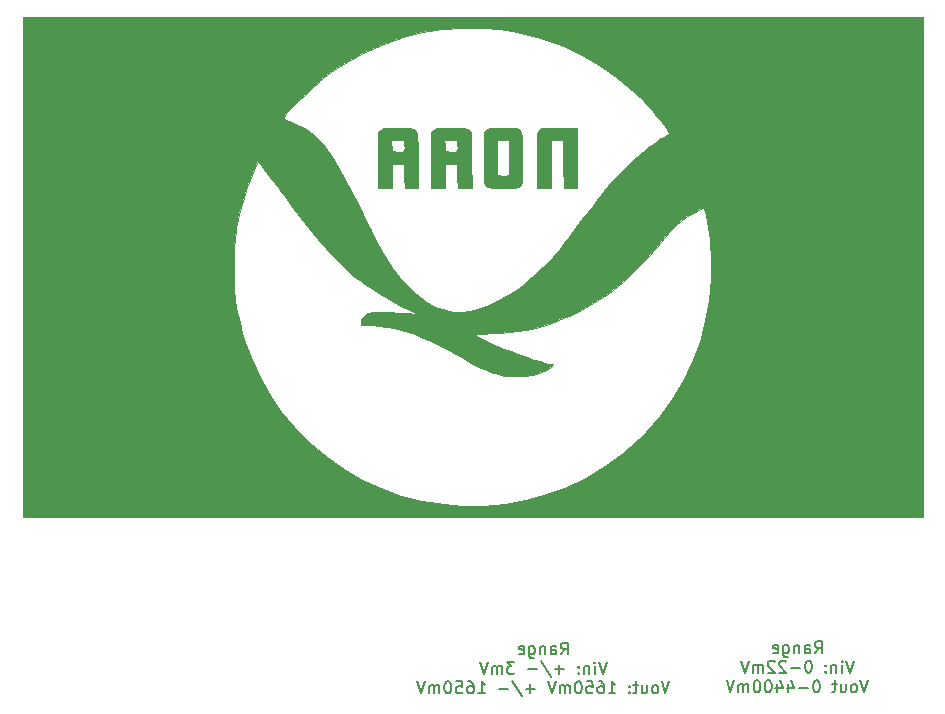
<source format=gbr>
%TF.GenerationSoftware,KiCad,Pcbnew,(5.1.7)-1*%
%TF.CreationDate,2020-12-19T19:15:01-05:00*%
%TF.ProjectId,Radiometer amps r2,52616469-6f6d-4657-9465-7220616d7073,rev?*%
%TF.SameCoordinates,Original*%
%TF.FileFunction,Legend,Bot*%
%TF.FilePolarity,Positive*%
%FSLAX46Y46*%
G04 Gerber Fmt 4.6, Leading zero omitted, Abs format (unit mm)*
G04 Created by KiCad (PCBNEW (5.1.7)-1) date 2020-12-19 19:15:01*
%MOMM*%
%LPD*%
G01*
G04 APERTURE LIST*
%ADD10C,0.150000*%
%ADD11C,0.010000*%
G04 APERTURE END LIST*
D10*
X12676190Y192597619D02*
X13009523Y193073809D01*
X13247619Y192597619D02*
X13247619Y193597619D01*
X12866666Y193597619D01*
X12771428Y193550000D01*
X12723809Y193502380D01*
X12676190Y193407142D01*
X12676190Y193264285D01*
X12723809Y193169047D01*
X12771428Y193121428D01*
X12866666Y193073809D01*
X13247619Y193073809D01*
X11819047Y192597619D02*
X11819047Y193121428D01*
X11866666Y193216666D01*
X11961904Y193264285D01*
X12152380Y193264285D01*
X12247619Y193216666D01*
X11819047Y192645238D02*
X11914285Y192597619D01*
X12152380Y192597619D01*
X12247619Y192645238D01*
X12295238Y192740476D01*
X12295238Y192835714D01*
X12247619Y192930952D01*
X12152380Y192978571D01*
X11914285Y192978571D01*
X11819047Y193026190D01*
X11342857Y193264285D02*
X11342857Y192597619D01*
X11342857Y193169047D02*
X11295238Y193216666D01*
X11200000Y193264285D01*
X11057142Y193264285D01*
X10961904Y193216666D01*
X10914285Y193121428D01*
X10914285Y192597619D01*
X10009523Y193264285D02*
X10009523Y192454761D01*
X10057142Y192359523D01*
X10104761Y192311904D01*
X10200000Y192264285D01*
X10342857Y192264285D01*
X10438095Y192311904D01*
X10009523Y192645238D02*
X10104761Y192597619D01*
X10295238Y192597619D01*
X10390476Y192645238D01*
X10438095Y192692857D01*
X10485714Y192788095D01*
X10485714Y193073809D01*
X10438095Y193169047D01*
X10390476Y193216666D01*
X10295238Y193264285D01*
X10104761Y193264285D01*
X10009523Y193216666D01*
X9152380Y192645238D02*
X9247619Y192597619D01*
X9438095Y192597619D01*
X9533333Y192645238D01*
X9580952Y192740476D01*
X9580952Y193121428D01*
X9533333Y193216666D01*
X9438095Y193264285D01*
X9247619Y193264285D01*
X9152380Y193216666D01*
X9104761Y193121428D01*
X9104761Y193026190D01*
X9580952Y192930952D01*
X15985714Y191947619D02*
X15652380Y190947619D01*
X15319047Y191947619D01*
X14985714Y190947619D02*
X14985714Y191614285D01*
X14985714Y191947619D02*
X15033333Y191900000D01*
X14985714Y191852380D01*
X14938095Y191900000D01*
X14985714Y191947619D01*
X14985714Y191852380D01*
X14509523Y191614285D02*
X14509523Y190947619D01*
X14509523Y191519047D02*
X14461904Y191566666D01*
X14366666Y191614285D01*
X14223809Y191614285D01*
X14128571Y191566666D01*
X14080952Y191471428D01*
X14080952Y190947619D01*
X13604761Y191042857D02*
X13557142Y190995238D01*
X13604761Y190947619D01*
X13652380Y190995238D01*
X13604761Y191042857D01*
X13604761Y190947619D01*
X13604761Y191566666D02*
X13557142Y191519047D01*
X13604761Y191471428D01*
X13652380Y191519047D01*
X13604761Y191566666D01*
X13604761Y191471428D01*
X12176190Y191947619D02*
X12080952Y191947619D01*
X11985714Y191900000D01*
X11938095Y191852380D01*
X11890476Y191757142D01*
X11842857Y191566666D01*
X11842857Y191328571D01*
X11890476Y191138095D01*
X11938095Y191042857D01*
X11985714Y190995238D01*
X12080952Y190947619D01*
X12176190Y190947619D01*
X12271428Y190995238D01*
X12319047Y191042857D01*
X12366666Y191138095D01*
X12414285Y191328571D01*
X12414285Y191566666D01*
X12366666Y191757142D01*
X12319047Y191852380D01*
X12271428Y191900000D01*
X12176190Y191947619D01*
X11414285Y191328571D02*
X10652380Y191328571D01*
X10223809Y191852380D02*
X10176190Y191900000D01*
X10080952Y191947619D01*
X9842857Y191947619D01*
X9747619Y191900000D01*
X9700000Y191852380D01*
X9652380Y191757142D01*
X9652380Y191661904D01*
X9700000Y191519047D01*
X10271428Y190947619D01*
X9652380Y190947619D01*
X9271428Y191852380D02*
X9223809Y191900000D01*
X9128571Y191947619D01*
X8890476Y191947619D01*
X8795238Y191900000D01*
X8747619Y191852380D01*
X8700000Y191757142D01*
X8700000Y191661904D01*
X8747619Y191519047D01*
X9319047Y190947619D01*
X8700000Y190947619D01*
X8271428Y190947619D02*
X8271428Y191614285D01*
X8271428Y191519047D02*
X8223809Y191566666D01*
X8128571Y191614285D01*
X7985714Y191614285D01*
X7890476Y191566666D01*
X7842857Y191471428D01*
X7842857Y190947619D01*
X7842857Y191471428D02*
X7795238Y191566666D01*
X7700000Y191614285D01*
X7557142Y191614285D01*
X7461904Y191566666D01*
X7414285Y191471428D01*
X7414285Y190947619D01*
X7080952Y191947619D02*
X6747619Y190947619D01*
X6414285Y191947619D01*
X17200000Y190297619D02*
X16866666Y189297619D01*
X16533333Y190297619D01*
X16057142Y189297619D02*
X16152380Y189345238D01*
X16200000Y189392857D01*
X16247619Y189488095D01*
X16247619Y189773809D01*
X16200000Y189869047D01*
X16152380Y189916666D01*
X16057142Y189964285D01*
X15914285Y189964285D01*
X15819047Y189916666D01*
X15771428Y189869047D01*
X15723809Y189773809D01*
X15723809Y189488095D01*
X15771428Y189392857D01*
X15819047Y189345238D01*
X15914285Y189297619D01*
X16057142Y189297619D01*
X14866666Y189964285D02*
X14866666Y189297619D01*
X15295238Y189964285D02*
X15295238Y189440476D01*
X15247619Y189345238D01*
X15152380Y189297619D01*
X15009523Y189297619D01*
X14914285Y189345238D01*
X14866666Y189392857D01*
X14533333Y189964285D02*
X14152380Y189964285D01*
X14390476Y190297619D02*
X14390476Y189440476D01*
X14342857Y189345238D01*
X14247619Y189297619D01*
X14152380Y189297619D01*
X12866666Y190297619D02*
X12771428Y190297619D01*
X12676190Y190250000D01*
X12628571Y190202380D01*
X12580952Y190107142D01*
X12533333Y189916666D01*
X12533333Y189678571D01*
X12580952Y189488095D01*
X12628571Y189392857D01*
X12676190Y189345238D01*
X12771428Y189297619D01*
X12866666Y189297619D01*
X12961904Y189345238D01*
X13009523Y189392857D01*
X13057142Y189488095D01*
X13104761Y189678571D01*
X13104761Y189916666D01*
X13057142Y190107142D01*
X13009523Y190202380D01*
X12961904Y190250000D01*
X12866666Y190297619D01*
X12104761Y189678571D02*
X11342857Y189678571D01*
X10438095Y189964285D02*
X10438095Y189297619D01*
X10676190Y190345238D02*
X10914285Y189630952D01*
X10295238Y189630952D01*
X9485714Y189964285D02*
X9485714Y189297619D01*
X9723809Y190345238D02*
X9961904Y189630952D01*
X9342857Y189630952D01*
X8771428Y190297619D02*
X8676190Y190297619D01*
X8580952Y190250000D01*
X8533333Y190202380D01*
X8485714Y190107142D01*
X8438095Y189916666D01*
X8438095Y189678571D01*
X8485714Y189488095D01*
X8533333Y189392857D01*
X8580952Y189345238D01*
X8676190Y189297619D01*
X8771428Y189297619D01*
X8866666Y189345238D01*
X8914285Y189392857D01*
X8961904Y189488095D01*
X9009523Y189678571D01*
X9009523Y189916666D01*
X8961904Y190107142D01*
X8914285Y190202380D01*
X8866666Y190250000D01*
X8771428Y190297619D01*
X7819047Y190297619D02*
X7723809Y190297619D01*
X7628571Y190250000D01*
X7580952Y190202380D01*
X7533333Y190107142D01*
X7485714Y189916666D01*
X7485714Y189678571D01*
X7533333Y189488095D01*
X7580952Y189392857D01*
X7628571Y189345238D01*
X7723809Y189297619D01*
X7819047Y189297619D01*
X7914285Y189345238D01*
X7961904Y189392857D01*
X8009523Y189488095D01*
X8057142Y189678571D01*
X8057142Y189916666D01*
X8009523Y190107142D01*
X7961904Y190202380D01*
X7914285Y190250000D01*
X7819047Y190297619D01*
X7057142Y189297619D02*
X7057142Y189964285D01*
X7057142Y189869047D02*
X7009523Y189916666D01*
X6914285Y189964285D01*
X6771428Y189964285D01*
X6676190Y189916666D01*
X6628571Y189821428D01*
X6628571Y189297619D01*
X6628571Y189821428D02*
X6580952Y189916666D01*
X6485714Y189964285D01*
X6342857Y189964285D01*
X6247619Y189916666D01*
X6200000Y189821428D01*
X6200000Y189297619D01*
X5866666Y190297619D02*
X5533333Y189297619D01*
X5200000Y190297619D01*
X-8823809Y192497619D02*
X-8490476Y192973809D01*
X-8252380Y192497619D02*
X-8252380Y193497619D01*
X-8633333Y193497619D01*
X-8728571Y193450000D01*
X-8776190Y193402380D01*
X-8823809Y193307142D01*
X-8823809Y193164285D01*
X-8776190Y193069047D01*
X-8728571Y193021428D01*
X-8633333Y192973809D01*
X-8252380Y192973809D01*
X-9680952Y192497619D02*
X-9680952Y193021428D01*
X-9633333Y193116666D01*
X-9538095Y193164285D01*
X-9347619Y193164285D01*
X-9252380Y193116666D01*
X-9680952Y192545238D02*
X-9585714Y192497619D01*
X-9347619Y192497619D01*
X-9252380Y192545238D01*
X-9204761Y192640476D01*
X-9204761Y192735714D01*
X-9252380Y192830952D01*
X-9347619Y192878571D01*
X-9585714Y192878571D01*
X-9680952Y192926190D01*
X-10157142Y193164285D02*
X-10157142Y192497619D01*
X-10157142Y193069047D02*
X-10204761Y193116666D01*
X-10300000Y193164285D01*
X-10442857Y193164285D01*
X-10538095Y193116666D01*
X-10585714Y193021428D01*
X-10585714Y192497619D01*
X-11490476Y193164285D02*
X-11490476Y192354761D01*
X-11442857Y192259523D01*
X-11395238Y192211904D01*
X-11300000Y192164285D01*
X-11157142Y192164285D01*
X-11061904Y192211904D01*
X-11490476Y192545238D02*
X-11395238Y192497619D01*
X-11204761Y192497619D01*
X-11109523Y192545238D01*
X-11061904Y192592857D01*
X-11014285Y192688095D01*
X-11014285Y192973809D01*
X-11061904Y193069047D01*
X-11109523Y193116666D01*
X-11204761Y193164285D01*
X-11395238Y193164285D01*
X-11490476Y193116666D01*
X-12347619Y192545238D02*
X-12252380Y192497619D01*
X-12061904Y192497619D01*
X-11966666Y192545238D01*
X-11919047Y192640476D01*
X-11919047Y193021428D01*
X-11966666Y193116666D01*
X-12061904Y193164285D01*
X-12252380Y193164285D01*
X-12347619Y193116666D01*
X-12395238Y193021428D01*
X-12395238Y192926190D01*
X-11919047Y192830952D01*
X-4942857Y191847619D02*
X-5276190Y190847619D01*
X-5609523Y191847619D01*
X-5942857Y190847619D02*
X-5942857Y191514285D01*
X-5942857Y191847619D02*
X-5895238Y191800000D01*
X-5942857Y191752380D01*
X-5990476Y191800000D01*
X-5942857Y191847619D01*
X-5942857Y191752380D01*
X-6419047Y191514285D02*
X-6419047Y190847619D01*
X-6419047Y191419047D02*
X-6466666Y191466666D01*
X-6561904Y191514285D01*
X-6704761Y191514285D01*
X-6799999Y191466666D01*
X-6847619Y191371428D01*
X-6847619Y190847619D01*
X-7323809Y190942857D02*
X-7371428Y190895238D01*
X-7323809Y190847619D01*
X-7276190Y190895238D01*
X-7323809Y190942857D01*
X-7323809Y190847619D01*
X-7323809Y191466666D02*
X-7371428Y191419047D01*
X-7323809Y191371428D01*
X-7276190Y191419047D01*
X-7323809Y191466666D01*
X-7323809Y191371428D01*
X-8561904Y191228571D02*
X-9323809Y191228571D01*
X-8942857Y190847619D02*
X-8942857Y191609523D01*
X-10514285Y191895238D02*
X-9657142Y190609523D01*
X-10847619Y191228571D02*
X-11609523Y191228571D01*
X-12752380Y191847619D02*
X-13371428Y191847619D01*
X-13038095Y191466666D01*
X-13180952Y191466666D01*
X-13276190Y191419047D01*
X-13323809Y191371428D01*
X-13371428Y191276190D01*
X-13371428Y191038095D01*
X-13323809Y190942857D01*
X-13276190Y190895238D01*
X-13180952Y190847619D01*
X-12895238Y190847619D01*
X-12799999Y190895238D01*
X-12752380Y190942857D01*
X-13799999Y190847619D02*
X-13799999Y191514285D01*
X-13799999Y191419047D02*
X-13847619Y191466666D01*
X-13942857Y191514285D01*
X-14085714Y191514285D01*
X-14180952Y191466666D01*
X-14228571Y191371428D01*
X-14228571Y190847619D01*
X-14228571Y191371428D02*
X-14276190Y191466666D01*
X-14371428Y191514285D01*
X-14514285Y191514285D01*
X-14609523Y191466666D01*
X-14657142Y191371428D01*
X-14657142Y190847619D01*
X-14990476Y191847619D02*
X-15323809Y190847619D01*
X-15657142Y191847619D01*
X366666Y190197619D02*
X33333Y189197619D01*
X-299999Y190197619D01*
X-776190Y189197619D02*
X-680952Y189245238D01*
X-633333Y189292857D01*
X-585714Y189388095D01*
X-585714Y189673809D01*
X-633333Y189769047D01*
X-680952Y189816666D01*
X-776190Y189864285D01*
X-919047Y189864285D01*
X-1014285Y189816666D01*
X-1061904Y189769047D01*
X-1109523Y189673809D01*
X-1109523Y189388095D01*
X-1061904Y189292857D01*
X-1014285Y189245238D01*
X-919047Y189197619D01*
X-776190Y189197619D01*
X-1966666Y189864285D02*
X-1966666Y189197619D01*
X-1538095Y189864285D02*
X-1538095Y189340476D01*
X-1585714Y189245238D01*
X-1680952Y189197619D01*
X-1823809Y189197619D01*
X-1919047Y189245238D01*
X-1966666Y189292857D01*
X-2299999Y189864285D02*
X-2680952Y189864285D01*
X-2442857Y190197619D02*
X-2442857Y189340476D01*
X-2490476Y189245238D01*
X-2585714Y189197619D01*
X-2680952Y189197619D01*
X-3014285Y189292857D02*
X-3061904Y189245238D01*
X-3014285Y189197619D01*
X-2966666Y189245238D01*
X-3014285Y189292857D01*
X-3014285Y189197619D01*
X-3014285Y189816666D02*
X-3061904Y189769047D01*
X-3014285Y189721428D01*
X-2966666Y189769047D01*
X-3014285Y189816666D01*
X-3014285Y189721428D01*
X-4776190Y189197619D02*
X-4204761Y189197619D01*
X-4490476Y189197619D02*
X-4490476Y190197619D01*
X-4395238Y190054761D01*
X-4299999Y189959523D01*
X-4204761Y189911904D01*
X-5633333Y190197619D02*
X-5442857Y190197619D01*
X-5347619Y190150000D01*
X-5299999Y190102380D01*
X-5204761Y189959523D01*
X-5157142Y189769047D01*
X-5157142Y189388095D01*
X-5204761Y189292857D01*
X-5252380Y189245238D01*
X-5347619Y189197619D01*
X-5538095Y189197619D01*
X-5633333Y189245238D01*
X-5680952Y189292857D01*
X-5728571Y189388095D01*
X-5728571Y189626190D01*
X-5680952Y189721428D01*
X-5633333Y189769047D01*
X-5538095Y189816666D01*
X-5347619Y189816666D01*
X-5252380Y189769047D01*
X-5204761Y189721428D01*
X-5157142Y189626190D01*
X-6633333Y190197619D02*
X-6157142Y190197619D01*
X-6109523Y189721428D01*
X-6157142Y189769047D01*
X-6252380Y189816666D01*
X-6490476Y189816666D01*
X-6585714Y189769047D01*
X-6633333Y189721428D01*
X-6680952Y189626190D01*
X-6680952Y189388095D01*
X-6633333Y189292857D01*
X-6585714Y189245238D01*
X-6490476Y189197619D01*
X-6252380Y189197619D01*
X-6157142Y189245238D01*
X-6109523Y189292857D01*
X-7299999Y190197619D02*
X-7395238Y190197619D01*
X-7490476Y190150000D01*
X-7538095Y190102380D01*
X-7585714Y190007142D01*
X-7633333Y189816666D01*
X-7633333Y189578571D01*
X-7585714Y189388095D01*
X-7538095Y189292857D01*
X-7490476Y189245238D01*
X-7395238Y189197619D01*
X-7299999Y189197619D01*
X-7204761Y189245238D01*
X-7157142Y189292857D01*
X-7109523Y189388095D01*
X-7061904Y189578571D01*
X-7061904Y189816666D01*
X-7109523Y190007142D01*
X-7157142Y190102380D01*
X-7204761Y190150000D01*
X-7299999Y190197619D01*
X-8061904Y189197619D02*
X-8061904Y189864285D01*
X-8061904Y189769047D02*
X-8109523Y189816666D01*
X-8204761Y189864285D01*
X-8347619Y189864285D01*
X-8442857Y189816666D01*
X-8490476Y189721428D01*
X-8490476Y189197619D01*
X-8490476Y189721428D02*
X-8538095Y189816666D01*
X-8633333Y189864285D01*
X-8776190Y189864285D01*
X-8871428Y189816666D01*
X-8919047Y189721428D01*
X-8919047Y189197619D01*
X-9252380Y190197619D02*
X-9585714Y189197619D01*
X-9919047Y190197619D01*
X-11014285Y189578571D02*
X-11776190Y189578571D01*
X-11395238Y189197619D02*
X-11395238Y189959523D01*
X-12966666Y190245238D02*
X-12109523Y188959523D01*
X-13299999Y189578571D02*
X-14061904Y189578571D01*
X-15823809Y189197619D02*
X-15252380Y189197619D01*
X-15538095Y189197619D02*
X-15538095Y190197619D01*
X-15442857Y190054761D01*
X-15347619Y189959523D01*
X-15252380Y189911904D01*
X-16680952Y190197619D02*
X-16490476Y190197619D01*
X-16395238Y190150000D01*
X-16347619Y190102380D01*
X-16252380Y189959523D01*
X-16204761Y189769047D01*
X-16204761Y189388095D01*
X-16252380Y189292857D01*
X-16299999Y189245238D01*
X-16395238Y189197619D01*
X-16585714Y189197619D01*
X-16680952Y189245238D01*
X-16728571Y189292857D01*
X-16776190Y189388095D01*
X-16776190Y189626190D01*
X-16728571Y189721428D01*
X-16680952Y189769047D01*
X-16585714Y189816666D01*
X-16395238Y189816666D01*
X-16299999Y189769047D01*
X-16252380Y189721428D01*
X-16204761Y189626190D01*
X-17680952Y190197619D02*
X-17204761Y190197619D01*
X-17157142Y189721428D01*
X-17204761Y189769047D01*
X-17299999Y189816666D01*
X-17538095Y189816666D01*
X-17633333Y189769047D01*
X-17680952Y189721428D01*
X-17728571Y189626190D01*
X-17728571Y189388095D01*
X-17680952Y189292857D01*
X-17633333Y189245238D01*
X-17538095Y189197619D01*
X-17299999Y189197619D01*
X-17204761Y189245238D01*
X-17157142Y189292857D01*
X-18347619Y190197619D02*
X-18442857Y190197619D01*
X-18538095Y190150000D01*
X-18585714Y190102380D01*
X-18633333Y190007142D01*
X-18680952Y189816666D01*
X-18680952Y189578571D01*
X-18633333Y189388095D01*
X-18585714Y189292857D01*
X-18538095Y189245238D01*
X-18442857Y189197619D01*
X-18347619Y189197619D01*
X-18252380Y189245238D01*
X-18204761Y189292857D01*
X-18157142Y189388095D01*
X-18109523Y189578571D01*
X-18109523Y189816666D01*
X-18157142Y190007142D01*
X-18204761Y190102380D01*
X-18252380Y190150000D01*
X-18347619Y190197619D01*
X-19109523Y189197619D02*
X-19109523Y189864285D01*
X-19109523Y189769047D02*
X-19157142Y189816666D01*
X-19252380Y189864285D01*
X-19395238Y189864285D01*
X-19490476Y189816666D01*
X-19538095Y189721428D01*
X-19538095Y189197619D01*
X-19538095Y189721428D02*
X-19585714Y189816666D01*
X-19680952Y189864285D01*
X-19823809Y189864285D01*
X-19919047Y189816666D01*
X-19966666Y189721428D01*
X-19966666Y189197619D01*
X-20299999Y190197619D02*
X-20633333Y189197619D01*
X-20966666Y190197619D01*
D11*
%TO.C,noaa*%
G36*
X-22315768Y237070688D02*
G01*
X-22638138Y237068666D01*
X-23132123Y237067617D01*
X-23486023Y237061762D01*
X-23729088Y237047043D01*
X-23890563Y237019400D01*
X-23999697Y236974774D01*
X-24085738Y236909106D01*
X-24135515Y236860848D01*
X-24343333Y236653030D01*
X-24343333Y231988666D01*
X-23158000Y231988666D01*
X-23158000Y234028747D01*
X-22099666Y233978333D01*
X-22075813Y232983500D01*
X-22051959Y231988666D01*
X-20956666Y231988666D01*
X-20956666Y234344575D01*
X-20954469Y235097007D01*
X-20954630Y235324544D01*
X-22062617Y235324544D01*
X-22108533Y235142483D01*
X-22242323Y235061369D01*
X-22495405Y235047937D01*
X-22627809Y235053577D01*
X-23115666Y235079000D01*
X-23166698Y236060972D01*
X-22633182Y236035653D01*
X-22099666Y236010333D01*
X-22073158Y235640814D01*
X-22062617Y235324544D01*
X-20954630Y235324544D01*
X-20954896Y235697341D01*
X-20968471Y236162630D01*
X-21005720Y236509924D01*
X-21077167Y236756276D01*
X-21193338Y236918735D01*
X-21364759Y237014355D01*
X-21601954Y237060186D01*
X-21915449Y237073280D01*
X-22315768Y237070688D01*
G37*
X-22315768Y237070688D02*
X-22638138Y237068666D01*
X-23132123Y237067617D01*
X-23486023Y237061762D01*
X-23729088Y237047043D01*
X-23890563Y237019400D01*
X-23999697Y236974774D01*
X-24085738Y236909106D01*
X-24135515Y236860848D01*
X-24343333Y236653030D01*
X-24343333Y231988666D01*
X-23158000Y231988666D01*
X-23158000Y234028747D01*
X-22099666Y233978333D01*
X-22075813Y232983500D01*
X-22051959Y231988666D01*
X-20956666Y231988666D01*
X-20956666Y234344575D01*
X-20954469Y235097007D01*
X-20954630Y235324544D01*
X-22062617Y235324544D01*
X-22108533Y235142483D01*
X-22242323Y235061369D01*
X-22495405Y235047937D01*
X-22627809Y235053577D01*
X-23115666Y235079000D01*
X-23166698Y236060972D01*
X-22633182Y236035653D01*
X-22099666Y236010333D01*
X-22073158Y235640814D01*
X-22062617Y235324544D01*
X-20954630Y235324544D01*
X-20954896Y235697341D01*
X-20968471Y236162630D01*
X-21005720Y236509924D01*
X-21077167Y236756276D01*
X-21193338Y236918735D01*
X-21364759Y237014355D01*
X-21601954Y237060186D01*
X-21915449Y237073280D01*
X-22315768Y237070688D01*
G36*
X-18631233Y237067653D02*
G01*
X-18988565Y237061960D01*
X-19234550Y237047610D01*
X-19398180Y237020624D01*
X-19508447Y236977025D01*
X-19594344Y236912835D01*
X-19648181Y236860848D01*
X-19856000Y236653030D01*
X-19856000Y231988666D01*
X-18676040Y231988666D01*
X-18652186Y232983500D01*
X-18628333Y233978333D01*
X-17612333Y233978333D01*
X-17588479Y232983500D01*
X-17564626Y231988666D01*
X-16377121Y231988666D01*
X-16402060Y234366922D01*
X-16412102Y235324544D01*
X-17575284Y235324544D01*
X-17621199Y235142483D01*
X-17754990Y235061369D01*
X-18008071Y235047937D01*
X-18140475Y235053577D01*
X-18628333Y235079000D01*
X-18653849Y235569986D01*
X-18679364Y236060972D01*
X-18145849Y236035653D01*
X-17612333Y236010333D01*
X-17585825Y235640814D01*
X-17575284Y235324544D01*
X-16412102Y235324544D01*
X-16427000Y236745177D01*
X-16626879Y236906922D01*
X-16720790Y236969410D01*
X-16842076Y237013562D01*
X-17019548Y237042470D01*
X-17282013Y237059227D01*
X-17658282Y237066926D01*
X-18133561Y237068666D01*
X-18631233Y237067653D01*
G37*
X-18631233Y237067653D02*
X-18988565Y237061960D01*
X-19234550Y237047610D01*
X-19398180Y237020624D01*
X-19508447Y236977025D01*
X-19594344Y236912835D01*
X-19648181Y236860848D01*
X-19856000Y236653030D01*
X-19856000Y231988666D01*
X-18676040Y231988666D01*
X-18652186Y232983500D01*
X-18628333Y233978333D01*
X-17612333Y233978333D01*
X-17588479Y232983500D01*
X-17564626Y231988666D01*
X-16377121Y231988666D01*
X-16402060Y234366922D01*
X-16412102Y235324544D01*
X-17575284Y235324544D01*
X-17621199Y235142483D01*
X-17754990Y235061369D01*
X-18008071Y235047937D01*
X-18140475Y235053577D01*
X-18628333Y235079000D01*
X-18653849Y235569986D01*
X-18679364Y236060972D01*
X-18145849Y236035653D01*
X-17612333Y236010333D01*
X-17585825Y235640814D01*
X-17575284Y235324544D01*
X-16412102Y235324544D01*
X-16427000Y236745177D01*
X-16626879Y236906922D01*
X-16720790Y236969410D01*
X-16842076Y237013562D01*
X-17019548Y237042470D01*
X-17282013Y237059227D01*
X-17658282Y237066926D01*
X-18133561Y237068666D01*
X-18631233Y237067653D01*
G36*
X-14576276Y237068543D02*
G01*
X-14854509Y237041916D01*
X-15059228Y236974047D01*
X-15201598Y236847290D01*
X-15292778Y236643995D01*
X-15343933Y236346515D01*
X-15366225Y235937201D01*
X-15370815Y235398406D01*
X-15368867Y234712480D01*
X-15368666Y234516802D01*
X-15370573Y233795232D01*
X-15368650Y233225096D01*
X-15351430Y232788668D01*
X-15307447Y232468220D01*
X-15225235Y232246027D01*
X-15093327Y232104361D01*
X-14900257Y232025496D01*
X-14634559Y231991705D01*
X-14284767Y231985260D01*
X-13839414Y231988436D01*
X-13733376Y231988666D01*
X-13243605Y231990599D01*
X-12894081Y231998691D01*
X-12655739Y232016389D01*
X-12499514Y232047137D01*
X-12396341Y232094381D01*
X-12322820Y232155846D01*
X-12176448Y232355242D01*
X-12106675Y232518117D01*
X-12093885Y232655775D01*
X-12084506Y232936422D01*
X-12078818Y233333743D01*
X-12077097Y233821422D01*
X-12078562Y234141678D01*
X-13181012Y234141678D01*
X-13181314Y233722098D01*
X-13186808Y233388878D01*
X-13197080Y233173052D01*
X-13206459Y233109494D01*
X-13296443Y233041349D01*
X-13512335Y233016287D01*
X-13737809Y233021577D01*
X-14225666Y233047000D01*
X-14225666Y236010333D01*
X-13209666Y236010333D01*
X-13186316Y234616583D01*
X-13181012Y234141678D01*
X-12078562Y234141678D01*
X-12079621Y234373145D01*
X-12083355Y234729219D01*
X-12090155Y235420084D01*
X-12099671Y235960340D01*
X-12125050Y236368391D01*
X-12179439Y236662639D01*
X-12275985Y236861489D01*
X-12427835Y236983343D01*
X-12648135Y237046604D01*
X-12950034Y237069676D01*
X-13346678Y237070961D01*
X-13754621Y237068666D01*
X-14213367Y237071577D01*
X-14576276Y237068543D01*
G37*
X-14576276Y237068543D02*
X-14854509Y237041916D01*
X-15059228Y236974047D01*
X-15201598Y236847290D01*
X-15292778Y236643995D01*
X-15343933Y236346515D01*
X-15366225Y235937201D01*
X-15370815Y235398406D01*
X-15368867Y234712480D01*
X-15368666Y234516802D01*
X-15370573Y233795232D01*
X-15368650Y233225096D01*
X-15351430Y232788668D01*
X-15307447Y232468220D01*
X-15225235Y232246027D01*
X-15093327Y232104361D01*
X-14900257Y232025496D01*
X-14634559Y231991705D01*
X-14284767Y231985260D01*
X-13839414Y231988436D01*
X-13733376Y231988666D01*
X-13243605Y231990599D01*
X-12894081Y231998691D01*
X-12655739Y232016389D01*
X-12499514Y232047137D01*
X-12396341Y232094381D01*
X-12322820Y232155846D01*
X-12176448Y232355242D01*
X-12106675Y232518117D01*
X-12093885Y232655775D01*
X-12084506Y232936422D01*
X-12078818Y233333743D01*
X-12077097Y233821422D01*
X-12078562Y234141678D01*
X-13181012Y234141678D01*
X-13181314Y233722098D01*
X-13186808Y233388878D01*
X-13197080Y233173052D01*
X-13206459Y233109494D01*
X-13296443Y233041349D01*
X-13512335Y233016287D01*
X-13737809Y233021577D01*
X-14225666Y233047000D01*
X-14225666Y236010333D01*
X-13209666Y236010333D01*
X-13186316Y234616583D01*
X-13181012Y234141678D01*
X-12078562Y234141678D01*
X-12079621Y234373145D01*
X-12083355Y234729219D01*
X-12090155Y235420084D01*
X-12099671Y235960340D01*
X-12125050Y236368391D01*
X-12179439Y236662639D01*
X-12275985Y236861489D01*
X-12427835Y236983343D01*
X-12648135Y237046604D01*
X-12950034Y237069676D01*
X-13346678Y237070961D01*
X-13754621Y237068666D01*
X-14213367Y237071577D01*
X-14576276Y237068543D01*
G36*
X-10705854Y236845582D02*
G01*
X-10757945Y236772164D01*
X-10798572Y236686427D01*
X-10829156Y236567807D01*
X-10851117Y236395744D01*
X-10865877Y236149675D01*
X-10874854Y235809039D01*
X-10879471Y235353274D01*
X-10881147Y234761818D01*
X-10881333Y234305582D01*
X-10881333Y231988666D01*
X-9696000Y231988666D01*
X-9696000Y236060747D01*
X-8637666Y236010333D01*
X-8614967Y233999500D01*
X-8592268Y231988666D01*
X-7494666Y231988666D01*
X-7494666Y237068666D01*
X-10530376Y237068666D01*
X-10705854Y236845582D01*
G37*
X-10705854Y236845582D02*
X-10757945Y236772164D01*
X-10798572Y236686427D01*
X-10829156Y236567807D01*
X-10851117Y236395744D01*
X-10865877Y236149675D01*
X-10874854Y235809039D01*
X-10879471Y235353274D01*
X-10881147Y234761818D01*
X-10881333Y234305582D01*
X-10881333Y231988666D01*
X-9696000Y231988666D01*
X-9696000Y236060747D01*
X-8637666Y236010333D01*
X-8614967Y233999500D01*
X-8592268Y231988666D01*
X-7494666Y231988666D01*
X-7494666Y237068666D01*
X-10530376Y237068666D01*
X-10705854Y236845582D01*
G36*
X-54400000Y204133333D02*
G01*
X21800000Y204133333D01*
X21800000Y226062000D01*
X3905651Y226062000D01*
X3901309Y224252755D01*
X3732733Y222458321D01*
X3404680Y220690573D01*
X2921907Y218961388D01*
X2289173Y217282642D01*
X1511234Y215666211D01*
X592848Y214123970D01*
X-461228Y212667796D01*
X-1646237Y211309566D01*
X-2243251Y210712067D01*
X-3643068Y209485444D01*
X-5129421Y208401695D01*
X-6693470Y207463776D01*
X-8326374Y206674641D01*
X-10019294Y206037248D01*
X-11763388Y205554551D01*
X-13549815Y205229507D01*
X-15369737Y205065071D01*
X-17214311Y205064198D01*
X-18759424Y205190015D01*
X-20569967Y205488128D01*
X-22325300Y205942347D01*
X-24017460Y206546170D01*
X-25638482Y207293095D01*
X-27180403Y208176619D01*
X-28635259Y209190241D01*
X-29995087Y210327458D01*
X-31251923Y211581768D01*
X-32397802Y212946668D01*
X-33424762Y214415657D01*
X-34324838Y215982231D01*
X-35090068Y217639890D01*
X-35560266Y218907666D01*
X-35800666Y219703779D01*
X-36027455Y220597031D01*
X-36224197Y221515251D01*
X-36374455Y222386268D01*
X-36408714Y222633000D01*
X-36469336Y223248276D01*
X-36511184Y223981669D01*
X-36533834Y224782956D01*
X-36536864Y225601919D01*
X-36519851Y226388337D01*
X-36482374Y227091990D01*
X-36449297Y227459000D01*
X-36287586Y228586853D01*
X-36049535Y229756190D01*
X-35747926Y230920056D01*
X-35395537Y232031493D01*
X-35005151Y233043545D01*
X-34813746Y233468226D01*
X-34452239Y234228118D01*
X-33502920Y233002559D01*
X-33155305Y232550637D01*
X-32803572Y232087827D01*
X-32477324Y231653460D01*
X-32206163Y231286869D01*
X-32070694Y231099666D01*
X-31498466Y230317340D01*
X-30872845Y229497786D01*
X-30217328Y228669577D01*
X-29555411Y227861283D01*
X-28910588Y227101472D01*
X-28306356Y226418715D01*
X-27766210Y225841583D01*
X-27645333Y225718552D01*
X-27204029Y225279172D01*
X-26835067Y224926506D01*
X-26501073Y224630201D01*
X-26164679Y224359902D01*
X-25788511Y224085254D01*
X-25335200Y223775904D01*
X-24898000Y223487043D01*
X-24139617Y223004267D01*
X-23383451Y222550033D01*
X-22659354Y222140954D01*
X-21997177Y221793645D01*
X-21426771Y221524721D01*
X-21210666Y221434761D01*
X-21086625Y221381836D01*
X-21055704Y221350798D01*
X-21136778Y221338969D01*
X-21348721Y221343672D01*
X-21710407Y221362228D01*
X-21718666Y221362687D01*
X-22553265Y221408638D01*
X-23236646Y221443898D01*
X-23786651Y221467407D01*
X-24221121Y221478102D01*
X-24557899Y221474923D01*
X-24814825Y221456806D01*
X-25009741Y221422692D01*
X-25160488Y221371517D01*
X-25284909Y221302221D01*
X-25400845Y221213742D01*
X-25488143Y221138386D01*
X-25704340Y220898497D01*
X-25781611Y220667552D01*
X-25782666Y220634562D01*
X-25782666Y220389333D01*
X-25121661Y220389333D01*
X-24711810Y220366738D01*
X-24184535Y220304181D01*
X-23584857Y220209503D01*
X-22957797Y220090545D01*
X-22348377Y219955148D01*
X-21801617Y219811152D01*
X-21801224Y219811038D01*
X-21201613Y219607139D01*
X-20488130Y219314285D01*
X-19683663Y218943375D01*
X-18811099Y218505310D01*
X-17893323Y218010989D01*
X-17232483Y217635148D01*
X-16606327Y217278678D01*
X-16072667Y216994393D01*
X-15583732Y216759616D01*
X-15091754Y216551668D01*
X-14548962Y216347870D01*
X-14437333Y216308165D01*
X-14134444Y216205101D01*
X-13883102Y216134834D01*
X-13638218Y216091554D01*
X-13354704Y216069457D01*
X-12987472Y216062733D01*
X-12549458Y216065015D01*
X-12061076Y216072641D01*
X-11697001Y216089010D01*
X-11412221Y216120404D01*
X-11161728Y216173105D01*
X-10900511Y216253397D01*
X-10706823Y216322198D01*
X-10284366Y216495415D01*
X-9930885Y216676991D01*
X-9674337Y216849904D01*
X-9542677Y216997131D01*
X-9531351Y217037944D01*
X-9563450Y217076193D01*
X-9576361Y217065861D01*
X-9624682Y217052118D01*
X-9730945Y217063451D01*
X-9911356Y217104447D01*
X-10182121Y217179696D01*
X-10559445Y217293785D01*
X-11059533Y217451303D01*
X-11698592Y217656837D01*
X-11939666Y217734985D01*
X-12479911Y217919994D01*
X-13064962Y218136867D01*
X-13666333Y218373435D01*
X-14255534Y218617531D01*
X-14804077Y218856989D01*
X-15283475Y219079639D01*
X-15665238Y219273316D01*
X-15920879Y219425851D01*
X-15952440Y219448869D01*
X-16028629Y219511604D01*
X-16051005Y219556289D01*
X-15997737Y219587911D01*
X-15846994Y219611457D01*
X-15576946Y219631913D01*
X-15165762Y219654267D01*
X-15021107Y219661609D01*
X-14054059Y219716457D01*
X-13225565Y219778993D01*
X-12504857Y219855019D01*
X-11861165Y219950334D01*
X-11263722Y220070738D01*
X-10681757Y220222032D01*
X-10084504Y220410016D01*
X-9441192Y220640490D01*
X-9063947Y220784606D01*
X-8129248Y221167078D01*
X-7287866Y221557456D01*
X-6494513Y221980951D01*
X-5703896Y222462776D01*
X-4870725Y223028142D01*
X-4326063Y223421995D01*
X-3956779Y223717445D01*
X-3504899Y224115961D01*
X-2997037Y224591200D01*
X-2459811Y225116821D01*
X-1919836Y225666482D01*
X-1403727Y226213840D01*
X-938100Y226732554D01*
X-705314Y227005510D01*
X-88836Y227728464D01*
X456925Y228328188D01*
X953194Y228823652D01*
X1421197Y229233822D01*
X1882159Y229577667D01*
X2357305Y229874156D01*
X2726019Y230071946D01*
X2975779Y230192609D01*
X3165083Y230273721D01*
X3237810Y230295333D01*
X3301439Y230215031D01*
X3376095Y229990274D01*
X3457957Y229645290D01*
X3543202Y229204306D01*
X3628008Y228691549D01*
X3708554Y228131246D01*
X3781017Y227547624D01*
X3841576Y226964910D01*
X3886408Y226407330D01*
X3905651Y226062000D01*
X21800000Y226062000D01*
X21800000Y236608133D01*
X328940Y236608133D01*
X310011Y236579892D01*
X140356Y236494745D01*
X-133319Y236324752D01*
X-482174Y236090051D01*
X-877368Y235810784D01*
X-1290061Y235507089D01*
X-1691414Y235199106D01*
X-1864333Y235061502D01*
X-2389661Y234612745D01*
X-2981376Y234064755D01*
X-3603548Y233453229D01*
X-4220247Y232813860D01*
X-4795544Y232182343D01*
X-5003736Y231942605D01*
X-5177939Y231730261D01*
X-5436869Y231403066D01*
X-5764280Y230982104D01*
X-6143928Y230488463D01*
X-6559569Y229943227D01*
X-6994960Y229367483D01*
X-7282589Y228984567D01*
X-7723203Y228400733D01*
X-8156537Y227834678D01*
X-8566093Y227307361D01*
X-8935372Y226839742D01*
X-9247875Y226452780D01*
X-9487103Y226167432D01*
X-9595850Y226045995D01*
X-9934554Y225701960D01*
X-10351476Y225301444D01*
X-10814149Y224873493D01*
X-11290102Y224447154D01*
X-11746868Y224051472D01*
X-12151976Y223715495D01*
X-12472959Y223468269D01*
X-12494696Y223452723D01*
X-13314862Y222921534D01*
X-14203080Y222435865D01*
X-15104849Y222022597D01*
X-15965666Y221708613D01*
X-16130666Y221659367D01*
X-16637827Y221556892D01*
X-17221248Y221505662D01*
X-17813010Y221507107D01*
X-18345195Y221562653D01*
X-18557325Y221608361D01*
X-19442329Y221929958D01*
X-20314913Y222419943D01*
X-21174312Y223077771D01*
X-22019765Y223902898D01*
X-22429230Y224368734D01*
X-22675892Y224666287D01*
X-22897035Y224943878D01*
X-23102107Y225217756D01*
X-23300562Y225504172D01*
X-23501848Y225819378D01*
X-23715417Y226179625D01*
X-23950719Y226601164D01*
X-24217206Y227100245D01*
X-24524327Y227693120D01*
X-24881533Y228396040D01*
X-25298275Y229225255D01*
X-25573523Y229775545D01*
X-26182737Y230983967D01*
X-26732843Y232048337D01*
X-27232452Y232979808D01*
X-27690175Y233789532D01*
X-28114622Y234488660D01*
X-28514404Y235088346D01*
X-28898131Y235599739D01*
X-29274414Y236033994D01*
X-29651863Y236402261D01*
X-30039089Y236715693D01*
X-30444702Y236985442D01*
X-30877314Y237222659D01*
X-31345533Y237438497D01*
X-31558377Y237526872D01*
X-31930817Y237682499D01*
X-32166337Y237796366D01*
X-32287816Y237882727D01*
X-32318133Y237955833D01*
X-32305900Y237992539D01*
X-32190973Y238150481D01*
X-31972830Y238400728D01*
X-31673386Y238721496D01*
X-31314554Y239090999D01*
X-30918248Y239487454D01*
X-30506382Y239889077D01*
X-30100871Y240274082D01*
X-29723627Y240620686D01*
X-29396567Y240907104D01*
X-29262741Y241017692D01*
X-28509599Y241602890D01*
X-27798983Y242107184D01*
X-27079855Y242562897D01*
X-26301176Y243002353D01*
X-25411909Y243457873D01*
X-25401666Y243462924D01*
X-23795943Y244179190D01*
X-22195516Y244737911D01*
X-20574892Y245145011D01*
X-18908579Y245406412D01*
X-17171086Y245528038D01*
X-16467014Y245538866D01*
X-15208519Y245512139D01*
X-14053140Y245423735D01*
X-12943292Y245265350D01*
X-11821390Y245028681D01*
X-10629847Y244705424D01*
X-10576113Y244689439D01*
X-8848979Y244086282D01*
X-7191131Y243330153D01*
X-5610702Y242425983D01*
X-4115822Y241378703D01*
X-2714622Y240193245D01*
X-1977179Y239474232D01*
X-1540820Y239015212D01*
X-1119892Y238550962D01*
X-727837Y238098493D01*
X-378094Y237674811D01*
X-84105Y237296926D01*
X140691Y236981846D01*
X282853Y236746579D01*
X328940Y236608133D01*
X21800000Y236608133D01*
X21800000Y246466666D01*
X-54400000Y246466666D01*
X-54400000Y204133333D01*
G37*
X-54400000Y204133333D02*
X21800000Y204133333D01*
X21800000Y226062000D01*
X3905651Y226062000D01*
X3901309Y224252755D01*
X3732733Y222458321D01*
X3404680Y220690573D01*
X2921907Y218961388D01*
X2289173Y217282642D01*
X1511234Y215666211D01*
X592848Y214123970D01*
X-461228Y212667796D01*
X-1646237Y211309566D01*
X-2243251Y210712067D01*
X-3643068Y209485444D01*
X-5129421Y208401695D01*
X-6693470Y207463776D01*
X-8326374Y206674641D01*
X-10019294Y206037248D01*
X-11763388Y205554551D01*
X-13549815Y205229507D01*
X-15369737Y205065071D01*
X-17214311Y205064198D01*
X-18759424Y205190015D01*
X-20569967Y205488128D01*
X-22325300Y205942347D01*
X-24017460Y206546170D01*
X-25638482Y207293095D01*
X-27180403Y208176619D01*
X-28635259Y209190241D01*
X-29995087Y210327458D01*
X-31251923Y211581768D01*
X-32397802Y212946668D01*
X-33424762Y214415657D01*
X-34324838Y215982231D01*
X-35090068Y217639890D01*
X-35560266Y218907666D01*
X-35800666Y219703779D01*
X-36027455Y220597031D01*
X-36224197Y221515251D01*
X-36374455Y222386268D01*
X-36408714Y222633000D01*
X-36469336Y223248276D01*
X-36511184Y223981669D01*
X-36533834Y224782956D01*
X-36536864Y225601919D01*
X-36519851Y226388337D01*
X-36482374Y227091990D01*
X-36449297Y227459000D01*
X-36287586Y228586853D01*
X-36049535Y229756190D01*
X-35747926Y230920056D01*
X-35395537Y232031493D01*
X-35005151Y233043545D01*
X-34813746Y233468226D01*
X-34452239Y234228118D01*
X-33502920Y233002559D01*
X-33155305Y232550637D01*
X-32803572Y232087827D01*
X-32477324Y231653460D01*
X-32206163Y231286869D01*
X-32070694Y231099666D01*
X-31498466Y230317340D01*
X-30872845Y229497786D01*
X-30217328Y228669577D01*
X-29555411Y227861283D01*
X-28910588Y227101472D01*
X-28306356Y226418715D01*
X-27766210Y225841583D01*
X-27645333Y225718552D01*
X-27204029Y225279172D01*
X-26835067Y224926506D01*
X-26501073Y224630201D01*
X-26164679Y224359902D01*
X-25788511Y224085254D01*
X-25335200Y223775904D01*
X-24898000Y223487043D01*
X-24139617Y223004267D01*
X-23383451Y222550033D01*
X-22659354Y222140954D01*
X-21997177Y221793645D01*
X-21426771Y221524721D01*
X-21210666Y221434761D01*
X-21086625Y221381836D01*
X-21055704Y221350798D01*
X-21136778Y221338969D01*
X-21348721Y221343672D01*
X-21710407Y221362228D01*
X-21718666Y221362687D01*
X-22553265Y221408638D01*
X-23236646Y221443898D01*
X-23786651Y221467407D01*
X-24221121Y221478102D01*
X-24557899Y221474923D01*
X-24814825Y221456806D01*
X-25009741Y221422692D01*
X-25160488Y221371517D01*
X-25284909Y221302221D01*
X-25400845Y221213742D01*
X-25488143Y221138386D01*
X-25704340Y220898497D01*
X-25781611Y220667552D01*
X-25782666Y220634562D01*
X-25782666Y220389333D01*
X-25121661Y220389333D01*
X-24711810Y220366738D01*
X-24184535Y220304181D01*
X-23584857Y220209503D01*
X-22957797Y220090545D01*
X-22348377Y219955148D01*
X-21801617Y219811152D01*
X-21801224Y219811038D01*
X-21201613Y219607139D01*
X-20488130Y219314285D01*
X-19683663Y218943375D01*
X-18811099Y218505310D01*
X-17893323Y218010989D01*
X-17232483Y217635148D01*
X-16606327Y217278678D01*
X-16072667Y216994393D01*
X-15583732Y216759616D01*
X-15091754Y216551668D01*
X-14548962Y216347870D01*
X-14437333Y216308165D01*
X-14134444Y216205101D01*
X-13883102Y216134834D01*
X-13638218Y216091554D01*
X-13354704Y216069457D01*
X-12987472Y216062733D01*
X-12549458Y216065015D01*
X-12061076Y216072641D01*
X-11697001Y216089010D01*
X-11412221Y216120404D01*
X-11161728Y216173105D01*
X-10900511Y216253397D01*
X-10706823Y216322198D01*
X-10284366Y216495415D01*
X-9930885Y216676991D01*
X-9674337Y216849904D01*
X-9542677Y216997131D01*
X-9531351Y217037944D01*
X-9563450Y217076193D01*
X-9576361Y217065861D01*
X-9624682Y217052118D01*
X-9730945Y217063451D01*
X-9911356Y217104447D01*
X-10182121Y217179696D01*
X-10559445Y217293785D01*
X-11059533Y217451303D01*
X-11698592Y217656837D01*
X-11939666Y217734985D01*
X-12479911Y217919994D01*
X-13064962Y218136867D01*
X-13666333Y218373435D01*
X-14255534Y218617531D01*
X-14804077Y218856989D01*
X-15283475Y219079639D01*
X-15665238Y219273316D01*
X-15920879Y219425851D01*
X-15952440Y219448869D01*
X-16028629Y219511604D01*
X-16051005Y219556289D01*
X-15997737Y219587911D01*
X-15846994Y219611457D01*
X-15576946Y219631913D01*
X-15165762Y219654267D01*
X-15021107Y219661609D01*
X-14054059Y219716457D01*
X-13225565Y219778993D01*
X-12504857Y219855019D01*
X-11861165Y219950334D01*
X-11263722Y220070738D01*
X-10681757Y220222032D01*
X-10084504Y220410016D01*
X-9441192Y220640490D01*
X-9063947Y220784606D01*
X-8129248Y221167078D01*
X-7287866Y221557456D01*
X-6494513Y221980951D01*
X-5703896Y222462776D01*
X-4870725Y223028142D01*
X-4326063Y223421995D01*
X-3956779Y223717445D01*
X-3504899Y224115961D01*
X-2997037Y224591200D01*
X-2459811Y225116821D01*
X-1919836Y225666482D01*
X-1403727Y226213840D01*
X-938100Y226732554D01*
X-705314Y227005510D01*
X-88836Y227728464D01*
X456925Y228328188D01*
X953194Y228823652D01*
X1421197Y229233822D01*
X1882159Y229577667D01*
X2357305Y229874156D01*
X2726019Y230071946D01*
X2975779Y230192609D01*
X3165083Y230273721D01*
X3237810Y230295333D01*
X3301439Y230215031D01*
X3376095Y229990274D01*
X3457957Y229645290D01*
X3543202Y229204306D01*
X3628008Y228691549D01*
X3708554Y228131246D01*
X3781017Y227547624D01*
X3841576Y226964910D01*
X3886408Y226407330D01*
X3905651Y226062000D01*
X21800000Y226062000D01*
X21800000Y236608133D01*
X328940Y236608133D01*
X310011Y236579892D01*
X140356Y236494745D01*
X-133319Y236324752D01*
X-482174Y236090051D01*
X-877368Y235810784D01*
X-1290061Y235507089D01*
X-1691414Y235199106D01*
X-1864333Y235061502D01*
X-2389661Y234612745D01*
X-2981376Y234064755D01*
X-3603548Y233453229D01*
X-4220247Y232813860D01*
X-4795544Y232182343D01*
X-5003736Y231942605D01*
X-5177939Y231730261D01*
X-5436869Y231403066D01*
X-5764280Y230982104D01*
X-6143928Y230488463D01*
X-6559569Y229943227D01*
X-6994960Y229367483D01*
X-7282589Y228984567D01*
X-7723203Y228400733D01*
X-8156537Y227834678D01*
X-8566093Y227307361D01*
X-8935372Y226839742D01*
X-9247875Y226452780D01*
X-9487103Y226167432D01*
X-9595850Y226045995D01*
X-9934554Y225701960D01*
X-10351476Y225301444D01*
X-10814149Y224873493D01*
X-11290102Y224447154D01*
X-11746868Y224051472D01*
X-12151976Y223715495D01*
X-12472959Y223468269D01*
X-12494696Y223452723D01*
X-13314862Y222921534D01*
X-14203080Y222435865D01*
X-15104849Y222022597D01*
X-15965666Y221708613D01*
X-16130666Y221659367D01*
X-16637827Y221556892D01*
X-17221248Y221505662D01*
X-17813010Y221507107D01*
X-18345195Y221562653D01*
X-18557325Y221608361D01*
X-19442329Y221929958D01*
X-20314913Y222419943D01*
X-21174312Y223077771D01*
X-22019765Y223902898D01*
X-22429230Y224368734D01*
X-22675892Y224666287D01*
X-22897035Y224943878D01*
X-23102107Y225217756D01*
X-23300562Y225504172D01*
X-23501848Y225819378D01*
X-23715417Y226179625D01*
X-23950719Y226601164D01*
X-24217206Y227100245D01*
X-24524327Y227693120D01*
X-24881533Y228396040D01*
X-25298275Y229225255D01*
X-25573523Y229775545D01*
X-26182737Y230983967D01*
X-26732843Y232048337D01*
X-27232452Y232979808D01*
X-27690175Y233789532D01*
X-28114622Y234488660D01*
X-28514404Y235088346D01*
X-28898131Y235599739D01*
X-29274414Y236033994D01*
X-29651863Y236402261D01*
X-30039089Y236715693D01*
X-30444702Y236985442D01*
X-30877314Y237222659D01*
X-31345533Y237438497D01*
X-31558377Y237526872D01*
X-31930817Y237682499D01*
X-32166337Y237796366D01*
X-32287816Y237882727D01*
X-32318133Y237955833D01*
X-32305900Y237992539D01*
X-32190973Y238150481D01*
X-31972830Y238400728D01*
X-31673386Y238721496D01*
X-31314554Y239090999D01*
X-30918248Y239487454D01*
X-30506382Y239889077D01*
X-30100871Y240274082D01*
X-29723627Y240620686D01*
X-29396567Y240907104D01*
X-29262741Y241017692D01*
X-28509599Y241602890D01*
X-27798983Y242107184D01*
X-27079855Y242562897D01*
X-26301176Y243002353D01*
X-25411909Y243457873D01*
X-25401666Y243462924D01*
X-23795943Y244179190D01*
X-22195516Y244737911D01*
X-20574892Y245145011D01*
X-18908579Y245406412D01*
X-17171086Y245528038D01*
X-16467014Y245538866D01*
X-15208519Y245512139D01*
X-14053140Y245423735D01*
X-12943292Y245265350D01*
X-11821390Y245028681D01*
X-10629847Y244705424D01*
X-10576113Y244689439D01*
X-8848979Y244086282D01*
X-7191131Y243330153D01*
X-5610702Y242425983D01*
X-4115822Y241378703D01*
X-2714622Y240193245D01*
X-1977179Y239474232D01*
X-1540820Y239015212D01*
X-1119892Y238550962D01*
X-727837Y238098493D01*
X-378094Y237674811D01*
X-84105Y237296926D01*
X140691Y236981846D01*
X282853Y236746579D01*
X328940Y236608133D01*
X21800000Y236608133D01*
X21800000Y246466666D01*
X-54400000Y246466666D01*
X-54400000Y204133333D01*
%TD*%
M02*

</source>
